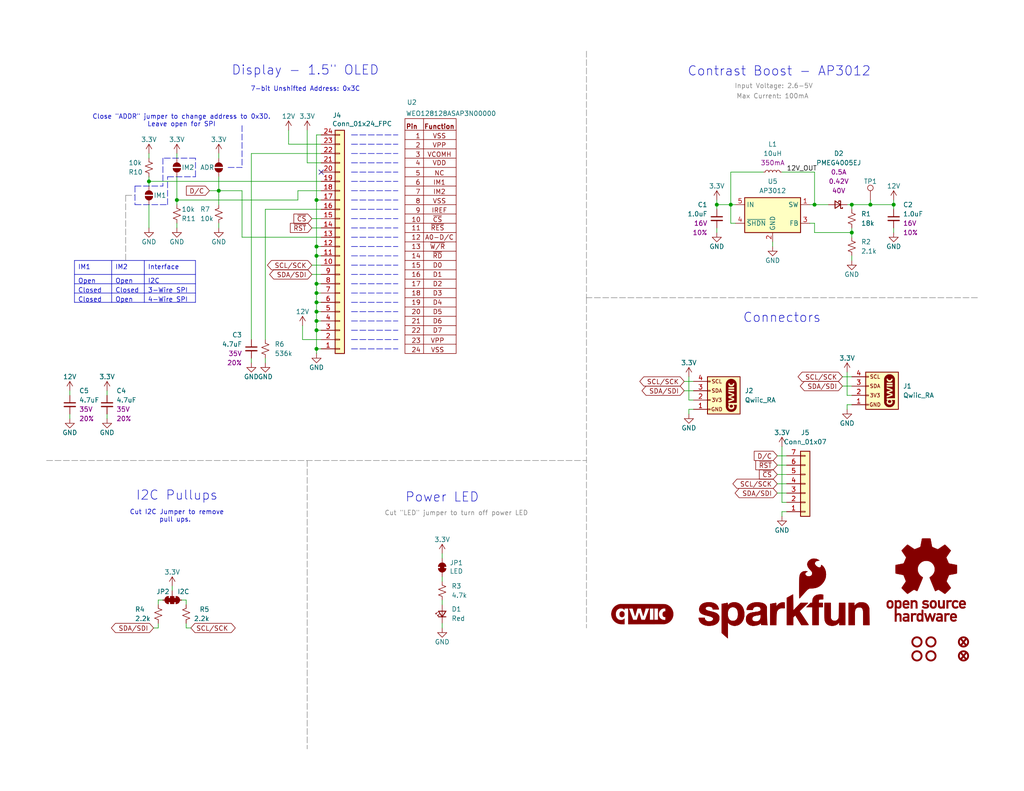
<source format=kicad_sch>
(kicad_sch (version 20250114) (generator "eeschema") (generator_version "9.0")
  (paper "USLetter")
  (title_block (title "SparkFun Qwiic OLED 128x128 1.5in") (date "2025-08-06") (rev "v10") (company "SparkFun Electronics") (comment 1 "Designed By: N. Seidle") (comment 2 "Revised By: Elias Santistevan"))
  (text "Input Voltage: 2.6-5V" (at 200.406 24.384 0) (effects (font (size 1.27 1.27)) (justify left bottom)))
  (text "Cut I2C Jumper to remove\npull ups. " (at 48.26 140.97 0) (effects (font (size 1.27 1.27))))
  (text "Display - 1.5\" OLED" (at 83.312 19.304 0) (effects (font (size 2.54 2.54))))
  (text "Max Current: 100mA" (at 200.914 27.178 0) (effects (font (size 1.27 1.27)) (justify left bottom)))
  (text "Cut \"LED\" jumper to turn off power LED" (at 104.902 140.97 0) (effects (font (size 1.27 1.27)) (justify left bottom)))
  (text "Power LED" (at 120.65 135.89 0) (effects (font (size 2.54 2.54))))
  (text "Close \"ADDR\" jumper to change address to 0x3D.\nLeave open for SPI" (at 49.53 33.02 0) (effects (font (size 1.27 1.27))))
  (text "7-bit Unshifted Address: 0x3C" (at 83.312 24.384 0) (effects (font (size 1.27 1.27))))
  (text "Connectors" (at 213.36 86.868 0) (effects (font (size 2.54 2.54))))
  (text "I2C Pullups" (at 48.26 135.382 0) (effects (font (size 2.54 2.54))))
  (text "Contrast Boost - AP3012" (at 212.598 19.558 0) (effects (font (size 2.54 2.54))))
  (junction (at 232.41 63.5))
  (junction (at 86.36 90.17))
  (junction (at 232.41 55.88))
  (junction (at 195.58 55.88))
  (junction (at 237.49 55.88))
  (junction (at 86.36 80.01))
  (junction (at 86.36 77.47))
  (junction (at 86.36 54.61))
  (junction (at 86.36 85.09))
  (junction (at 222.25 55.88))
  (junction (at 59.69 52.07))
  (junction (at 86.36 95.25))
  (junction (at 86.36 82.55))
  (junction (at 40.64 49.53))
  (junction (at 86.36 87.63))
  (junction (at 86.36 69.85))
  (junction (at 86.36 67.31))
  (junction (at 48.26 54.61))
  (junction (at 199.39 55.88))
  (junction (at 243.84 55.88))
  (no_connect (at 87.63 46.99))
  (wire (pts (xy 48.26 41.91) (xy 48.26 43.18)))
  (wire (pts (xy 29.21 114.3) (xy 29.21 113.03)))
  (wire (pts (xy 46.99 160.02) (xy 46.99 161.29)))
  (polyline (pts (xy 95.885 69.85) (xy 108.585 69.85)) (stroke (width 0) (type dash)))
  (wire (pts (xy 212.09 127) (xy 214.63 127)))
  (polyline (pts (xy 34.29 53.34) (xy 34.29 71.12)) (stroke (width 0) (type dash) (color 132 132 132 1)))
  (wire (pts (xy 195.58 55.88) (xy 199.39 55.88)))
  (wire (pts (xy 66.04 52.07) (xy 59.69 52.07)))
  (wire (pts (xy 86.36 67.31) (xy 86.36 69.85)))
  (wire (pts (xy 189.23 109.22) (xy 187.96 109.22)))
  (wire (pts (xy 57.15 52.07) (xy 59.69 52.07)))
  (wire (pts (xy 212.09 134.62) (xy 214.63 134.62)))
  (wire (pts (xy 195.58 54.61) (xy 195.58 55.88)))
  (wire (pts (xy 86.36 80.01) (xy 87.63 80.01)))
  (wire (pts (xy 187.96 102.87) (xy 187.96 109.22)))
  (wire (pts (xy 86.36 67.31) (xy 87.63 67.31)))
  (wire (pts (xy 68.58 41.91) (xy 87.63 41.91)))
  (polyline (pts (xy 95.885 44.45) (xy 108.585 44.45)) (stroke (width 0) (type dash)))
  (polyline (pts (xy 95.885 87.63) (xy 108.585 87.63)) (stroke (width 0) (type dash)))
  (wire (pts (xy 232.41 110.49) (xy 231.14 110.49)))
  (wire (pts (xy 220.98 60.96) (xy 222.25 60.96)))
  (wire (pts (xy 49.53 163.83) (xy 50.8 163.83)))
  (polyline (pts (xy 95.885 57.15) (xy 108.585 57.15)) (stroke (width 0) (type dash)))
  (wire (pts (xy 222.25 46.99) (xy 222.25 55.88)))
  (wire (pts (xy 86.36 82.55) (xy 87.63 82.55)))
  (wire (pts (xy 222.25 55.88) (xy 226.06 55.88)))
  (wire (pts (xy 85.09 72.39) (xy 87.63 72.39)))
  (polyline (pts (xy 95.885 59.69) (xy 108.585 59.69)) (stroke (width 0) (type dash)))
  (wire (pts (xy 43.18 163.83) (xy 44.45 163.83)))
  (wire (pts (xy 50.8 163.83) (xy 50.8 165.1)))
  (wire (pts (xy 87.63 92.71) (xy 82.55 92.71)))
  (polyline (pts (xy 45.72 55.88) (xy 45.72 48.26)) (stroke (width 0) (type dash)))
  (wire (pts (xy 86.36 77.47) (xy 86.36 80.01)))
  (wire (pts (xy 86.36 95.25) (xy 87.63 95.25)))
  (wire (pts (xy 41.91 171.45) (xy 43.18 171.45)))
  (wire (pts (xy 86.36 95.25) (xy 86.36 96.52)))
  (wire (pts (xy 86.36 87.63) (xy 86.36 90.17)))
  (wire (pts (xy 66.04 52.07) (xy 66.04 64.77)))
  (wire (pts (xy 86.36 54.61) (xy 87.63 54.61)))
  (polyline (pts (xy 53.34 43.18) (xy 44.45 43.18)) (stroke (width 0) (type dash)))
  (wire (pts (xy 232.41 69.85) (xy 232.41 71.12)))
  (polyline (pts (xy 95.885 39.37) (xy 108.585 39.37)) (stroke (width 0) (type dash)))
  (wire (pts (xy 120.65 163.83) (xy 120.65 165.1)))
  (polyline (pts (xy 44.45 43.18) (xy 44.45 50.8)) (stroke (width 0) (type dash)))
  (wire (pts (xy 86.36 36.83) (xy 87.63 36.83)))
  (wire (pts (xy 86.36 36.83) (xy 86.36 54.61)))
  (polyline (pts (xy 95.885 82.55) (xy 108.585 82.55)) (stroke (width 0) (type dash)))
  (wire (pts (xy 40.64 41.91) (xy 40.64 43.18)))
  (wire (pts (xy 72.39 57.15) (xy 72.39 92.71)))
  (wire (pts (xy 232.41 55.88) (xy 232.41 57.15)))
  (wire (pts (xy 85.09 59.69) (xy 87.63 59.69)))
  (wire (pts (xy 199.39 46.99) (xy 199.39 55.88)))
  (wire (pts (xy 237.49 55.88) (xy 243.84 55.88)))
  (wire (pts (xy 212.09 132.08) (xy 214.63 132.08)))
  (wire (pts (xy 186.69 104.14) (xy 189.23 104.14)))
  (wire (pts (xy 232.41 63.5) (xy 232.41 64.77)))
  (wire (pts (xy 229.87 105.41) (xy 232.41 105.41)))
  (wire (pts (xy 86.36 85.09) (xy 86.36 87.63)))
  (polyline (pts (xy 62.23 45.72) (xy 66.04 45.72)) (stroke (width 0) (type dash)))
  (polyline (pts (xy 266.7 81.28) (xy 160.02 81.28)) (stroke (width 0) (type dash) (color 132 132 132 1)))
  (wire (pts (xy 232.41 107.95) (xy 231.14 107.95)))
  (wire (pts (xy 243.84 62.23) (xy 243.84 63.5)))
  (wire (pts (xy 243.84 54.61) (xy 243.84 55.88)))
  (polyline (pts (xy 95.885 74.93) (xy 108.585 74.93)) (stroke (width 0) (type dash)))
  (wire (pts (xy 43.18 170.18) (xy 43.18 171.45)))
  (polyline (pts (xy 95.885 41.91) (xy 108.585 41.91)) (stroke (width 0) (type dash)))
  (wire (pts (xy 78.74 39.37) (xy 78.74 35.56)))
  (wire (pts (xy 40.64 49.53) (xy 87.63 49.53)))
  (wire (pts (xy 19.05 106.68) (xy 19.05 107.95)))
  (polyline (pts (xy 36.83 55.88) (xy 45.72 55.88)) (stroke (width 0) (type dash)))
  (wire (pts (xy 213.36 46.99) (xy 222.25 46.99)))
  (wire (pts (xy 68.58 99.06) (xy 68.58 97.79)))
  (wire (pts (xy 212.09 129.54) (xy 214.63 129.54)))
  (wire (pts (xy 86.36 90.17) (xy 87.63 90.17)))
  (wire (pts (xy 48.26 54.61) (xy 48.26 55.88)))
  (wire (pts (xy 72.39 99.06) (xy 72.39 97.79)))
  (wire (pts (xy 81.28 52.07) (xy 87.63 52.07)))
  (wire (pts (xy 222.25 60.96) (xy 222.25 63.5)))
  (wire (pts (xy 120.65 170.18) (xy 120.65 171.45)))
  (wire (pts (xy 199.39 46.99) (xy 208.28 46.99)))
  (wire (pts (xy 19.05 114.3) (xy 19.05 113.03)))
  (wire (pts (xy 72.39 57.15) (xy 87.63 57.15)))
  (wire (pts (xy 81.28 52.07) (xy 81.28 54.61)))
  (wire (pts (xy 186.69 106.68) (xy 189.23 106.68)))
  (wire (pts (xy 86.36 69.85) (xy 87.63 69.85)))
  (polyline (pts (xy 34.29 53.34) (xy 36.83 53.34)) (stroke (width 0) (type dash) (color 132 132 132 1)))
  (wire (pts (xy 187.96 111.76) (xy 187.96 113.03)))
  (wire (pts (xy 86.36 54.61) (xy 86.36 67.31)))
  (polyline (pts (xy 95.885 67.31) (xy 108.585 67.31)) (stroke (width 0) (type dash)))
  (wire (pts (xy 212.09 124.46) (xy 214.63 124.46)))
  (polyline (pts (xy 95.885 54.61) (xy 108.585 54.61)) (stroke (width 0) (type dash)))
  (polyline (pts (xy 95.885 62.23) (xy 108.585 62.23)) (stroke (width 0) (type dash)))
  (polyline (pts (xy 95.885 52.07) (xy 108.585 52.07)) (stroke (width 0) (type dash)))
  (polyline (pts (xy 160.02 13.97) (xy 160.02 81.28)) (stroke (width 0) (type dash) (color 132 132 132 1)))
  (wire (pts (xy 48.26 48.26) (xy 48.26 54.61)))
  (wire (pts (xy 40.64 48.26) (xy 40.64 49.53)))
  (polyline (pts (xy 36.83 50.8) (xy 44.45 50.8)) (stroke (width 0) (type dash)))
  (wire (pts (xy 86.36 80.01) (xy 86.36 82.55)))
  (wire (pts (xy 120.65 158.75) (xy 120.65 157.48)))
  (wire (pts (xy 59.69 52.07) (xy 59.69 55.88)))
  (polyline (pts (xy 95.885 64.77) (xy 108.585 64.77)) (stroke (width 0) (type dash)))
  (wire (pts (xy 85.09 62.23) (xy 87.63 62.23)))
  (polyline (pts (xy 95.885 92.71) (xy 108.585 92.71)) (stroke (width 0) (type dash)))
  (polyline (pts (xy 45.72 48.26) (xy 53.34 48.26)) (stroke (width 0) (type dash)))
  (wire (pts (xy 81.28 54.61) (xy 48.26 54.61)))
  (wire (pts (xy 40.64 55.88) (xy 40.64 62.23)))
  (polyline (pts (xy 95.885 46.99) (xy 108.585 46.99)) (stroke (width 0) (type dash)))
  (polyline (pts (xy 95.885 85.09) (xy 108.585 85.09)) (stroke (width 0) (type dash)))
  (wire (pts (xy 213.36 137.16) (xy 214.63 137.16)))
  (wire (pts (xy 83.82 35.56) (xy 83.82 44.45)))
  (wire (pts (xy 243.84 57.15) (xy 243.84 55.88)))
  (wire (pts (xy 86.36 87.63) (xy 87.63 87.63)))
  (wire (pts (xy 86.36 82.55) (xy 86.36 85.09)))
  (wire (pts (xy 232.41 62.23) (xy 232.41 63.5)))
  (polyline (pts (xy 36.83 50.8) (xy 36.83 55.88)) (stroke (width 0) (type dash)))
  (wire (pts (xy 40.64 50.8) (xy 40.64 49.53)))
  (wire (pts (xy 200.66 55.88) (xy 199.39 55.88)))
  (wire (pts (xy 59.69 62.23) (xy 59.69 60.96)))
  (wire (pts (xy 86.36 85.09) (xy 87.63 85.09)))
  (wire (pts (xy 68.58 41.91) (xy 68.58 92.71)))
  (wire (pts (xy 231.14 55.88) (xy 232.41 55.88)))
  (wire (pts (xy 189.23 111.76) (xy 187.96 111.76)))
  (wire (pts (xy 52.07 171.45) (xy 50.8 171.45)))
  (polyline (pts (xy 95.885 72.39) (xy 108.585 72.39)) (stroke (width 0) (type dash)))
  (wire (pts (xy 59.69 41.91) (xy 59.69 43.18)))
  (wire (pts (xy 195.58 55.88) (xy 195.58 57.15)))
  (polyline (pts (xy 95.885 77.47) (xy 108.585 77.47)) (stroke (width 0) (type dash)))
  (wire (pts (xy 213.36 140.97) (xy 213.36 139.7)))
  (wire (pts (xy 59.69 48.26) (xy 59.69 52.07)))
  (wire (pts (xy 195.58 62.23) (xy 195.58 63.5)))
  (polyline (pts (xy 95.885 49.53) (xy 108.585 49.53)) (stroke (width 0) (type dash)))
  (wire (pts (xy 213.36 139.7) (xy 214.63 139.7)))
  (polyline (pts (xy 95.885 36.83) (xy 108.585 36.83)) (stroke (width 0) (type dash)))
  (wire (pts (xy 210.82 67.31) (xy 210.82 66.04)))
  (wire (pts (xy 86.36 69.85) (xy 86.36 77.47)))
  (wire (pts (xy 213.36 121.92) (xy 213.36 137.16)))
  (wire (pts (xy 78.74 39.37) (xy 87.63 39.37)))
  (wire (pts (xy 87.63 74.93) (xy 85.09 74.93)))
  (wire (pts (xy 120.65 151.13) (xy 120.65 152.4)))
  (polyline (pts (xy 95.885 95.25) (xy 108.585 95.25)) (stroke (width 0) (type dash)))
  (polyline (pts (xy 83.82 125.73) (xy 83.82 204.47)) (stroke (width 0) (type dash) (color 132 132 132 1)))
  (polyline (pts (xy 53.34 48.26) (xy 53.34 43.18)) (stroke (width 0) (type dash)))
  (wire (pts (xy 229.87 102.87) (xy 232.41 102.87)))
  (wire (pts (xy 232.41 55.88) (xy 237.49 55.88)))
  (polyline (pts (xy 160.02 81.28) (xy 160.02 171.45)) (stroke (width 0) (type dash) (color 132 132 132 1)))
  (wire (pts (xy 48.26 62.23) (xy 48.26 60.96)))
  (wire (pts (xy 231.14 101.6) (xy 231.14 107.95)))
  (wire (pts (xy 231.14 110.49) (xy 231.14 111.76)))
  (wire (pts (xy 66.04 64.77) (xy 87.63 64.77)))
  (wire (pts (xy 222.25 63.5) (xy 232.41 63.5)))
  (wire (pts (xy 86.36 90.17) (xy 86.36 95.25)))
  (wire (pts (xy 83.82 44.45) (xy 87.63 44.45)))
  (wire (pts (xy 237.49 54.61) (xy 237.49 55.88)))
  (wire (pts (xy 222.25 55.88) (xy 220.98 55.88)))
  (wire (pts (xy 200.66 60.96) (xy 199.39 60.96)))
  (wire (pts (xy 43.18 165.1) (xy 43.18 163.83)))
  (wire (pts (xy 87.63 77.47) (xy 86.36 77.47)))
  (polyline (pts (xy 66.04 34.29) (xy 66.04 45.72)) (stroke (width 0) (type dash)))
  (polyline (pts (xy 95.885 80.01) (xy 108.585 80.01)) (stroke (width 0) (type dash)))
  (polyline (pts (xy 12.7 125.73) (xy 160.02 125.73)) (stroke (width 0) (type dash) (color 132 132 132 1)))
  (wire (pts (xy 82.55 92.71) (xy 82.55 88.9)))
  (polyline (pts (xy 95.885 90.17) (xy 108.585 90.17)) (stroke (width 0) (type dash)))
  (wire (pts (xy 199.39 60.96) (xy 199.39 55.88)))
  (wire (pts (xy 29.21 106.68) (xy 29.21 107.95)))
  (wire (pts (xy 50.8 170.18) (xy 50.8 171.45)))
  (table (column_count 3) (border (external yes) (header yes)) (separators (rows yes) (cols yes)) (column_widths 10.16 8.89 13.97) (row_heights 3.81 2.54 2.54 2.54) (cells (table_cell "IM1" (at 20.32 71.12 0) (size 10.16 3.81) (margins 0.9525 0.9525 0.9525 0.9525) (span 1 1)) (table_cell "IM2" (at 30.48 71.12 0) (size 8.89 3.81) (margins 0.9525 0.9525 0.9525 0.9525) (span 1 1)) (table_cell "Interface" (at 39.37 71.12 0) (size 13.97 3.81) (margins 0.9525 0.9525 0.9525 0.9525) (span 1 1)) (table_cell "Open" (at 20.32 74.93 0) (size 10.16 2.54) (margins 0.9525 0.9525 0.9525 0.9525) (span 1 1)) (table_cell "Open" (at 30.48 74.93 0) (size 8.89 2.54) (margins 0.9525 0.9525 0.9525 0.9525) (span 1 1)) (table_cell "I2C" (at 39.37 74.93 0) (size 13.97 2.54) (margins 0.9525 0.9525 0.9525 0.9525) (span 1 1)) (table_cell "Closed" (at 20.32 77.47 0) (size 10.16 2.54) (margins 0.9525 0.9525 0.9525 0.9525) (span 1 1)) (table_cell "Closed" (at 30.48 77.47 0) (size 8.89 2.54) (margins 0.9525 0.9525 0.9525 0.9525) (span 1 1)) (table_cell "3-Wire SPI" (at 39.37 77.47 0) (size 13.97 2.54) (margins 0.9525 0.9525 0.9525 0.9525) (span 1 1)) (table_cell "Closed" (at 20.32 80.01 0) (size 10.16 2.54) (margins 0.9525 0.9525 0.9525 0.9525) (span 1 1)) (table_cell "Open" (at 30.48 80.01 0) (size 8.89 2.54) (margins 0.9525 0.9525 0.9525 0.9525) (span 1 1)) (table_cell "4-Wire SPI" (at 39.37 80.01 0) (size 13.97 2.54) (margins 0.9525 0.9525 0.9525 0.9525) (span 1 1))))
  (label "12V_OUT" (at 214.63 46.99 0))
  (global_label "SDA{slash}SDI" (shape bidirectional) (at 212.09 134.62 180) (property "Intersheetrefs" "${INTERSHEET_REFS}" (effects (hide yes))))
  (global_label "SDA{slash}SDI" (shape bidirectional) (at 186.69 106.68 180) (property "Intersheetrefs" "${INTERSHEET_REFS}" (effects (hide yes))))
  (global_label "SDA{slash}SDI" (shape bidirectional) (at 229.87 105.41 180) (property "Intersheetrefs" "${INTERSHEET_REFS}" (effects (hide yes))))
  (global_label "SDA{slash}SDI" (shape bidirectional) (at 41.91 171.45 180) (property "Intersheetrefs" "${INTERSHEET_REFS}" (effects (hide yes))))
  (global_label "~{CS}" (shape input) (at 212.09 129.54 180) (property "Intersheetrefs" "${INTERSHEET_REFS}" (effects (hide yes))))
  (global_label "SCL{slash}SCK" (shape bidirectional) (at 85.09 72.39 180) (property "Intersheetrefs" "${INTERSHEET_REFS}" (effects (hide yes))))
  (global_label "D{slash}C" (shape input) (at 57.15 52.07 180) (property "Intersheetrefs" "${INTERSHEET_REFS}" (effects (hide yes))))
  (global_label "~{RST}" (shape input) (at 212.09 127 180) (property "Intersheetrefs" "${INTERSHEET_REFS}" (effects (hide yes))))
  (global_label "SCL{slash}SCK" (shape bidirectional) (at 229.87 102.87 180) (property "Intersheetrefs" "${INTERSHEET_REFS}" (effects (hide yes))))
  (global_label "SCL{slash}SCK" (shape bidirectional) (at 186.69 104.14 180) (property "Intersheetrefs" "${INTERSHEET_REFS}" (effects (hide yes))))
  (global_label "D{slash}C" (shape input) (at 212.09 124.46 180) (property "Intersheetrefs" "${INTERSHEET_REFS}" (effects (hide yes))))
  (global_label "SCL{slash}SCK" (shape bidirectional) (at 52.07 171.45 0) (property "Intersheetrefs" "${INTERSHEET_REFS}" (effects (hide yes))))
  (global_label "SDA{slash}SDI" (shape bidirectional) (at 85.09 74.93 180) (property "Intersheetrefs" "${INTERSHEET_REFS}" (effects (hide yes))))
  (global_label "~{RST}" (shape input) (at 85.09 62.23 180) (property "Intersheetrefs" "${INTERSHEET_REFS}" (effects (hide yes))))
  (global_label "~{CS}" (shape input) (at 85.09 59.69 180) (property "Intersheetrefs" "${INTERSHEET_REFS}" (effects (hide yes))))
  (global_label "SCL{slash}SCK" (shape bidirectional) (at 212.09 132.08 180) (property "Intersheetrefs" "${INTERSHEET_REFS}" (effects (hide yes))))
  (symbol (lib_id "SparkFun-Hardware:Standoff") (at 250.19 179.07 0) (unit 1)
    (property "Reference" "ST4" (effects (hide yes)))
    (property "Value" "Standoff" (effects (hide yes)))
    (property "Footprint" "SparkFun-Hardware:Standoff" (effects (hide yes)))
    (property "Description" "Drill holes for mechanically mounting via screws, standoffs, etc." (effects (hide yes)))
  )
  (symbol (lib_id "SparkFun-Jumper:SolderJumper_2_Open") (at 40.64 53.34 90) (unit 1)
    (property "Reference" "JP6" (effects (hide yes)))
    (property "Value" "IM1" (at 41.91 53.34 90) (effects (justify right)))
    (property "Footprint" "SparkFun-Jumper:Jumper_2_NO" (effects (hide yes)))
    (property "Description" "Solder Jumper, 2-pole, open" (effects (hide yes)))
  )
  (symbol (lib_id "SparkFun-Resistor:10k_0603") (at 40.64 45.72 270) (unit 1)
    (property "Reference" "R10" (at 35.052 46.99 90) (effects (justify left)))
    (property "Value" "10k" (at 35.052 44.45 90) (effects (justify left)))
    (property "Footprint" "SparkFun-Resistor:R_0603_1608Metric" (effects (hide yes)))
    (property "Datasheet" "https://www.vishay.com/docs/20035/dcrcwe3.pdf" (effects (hide yes)))
    (property "Description" "Resistor" (effects (hide yes)))
    (property "PROD_ID" "RES-00824" (effects (hide yes)))
  )
  (symbol (lib_id "SparkFun-PowerSymbol:GND") (at 29.21 114.3 0) (unit 1)
    (property "Reference" "#PWR010" (effects (hide yes)))
    (property "Value" "GND" (at 29.21 118.11 0))
    (property "Description" "Power symbol creates a global label with name \"GND\" , ground" (effects (hide yes)))
  )
  (symbol (lib_id "SparkFun-Resistor:2.2k_0603") (at 43.18 167.64 90) (unit 1)
    (property "Reference" "R4" (at 36.83 166.37 90) (effects (justify right)))
    (property "Value" "2.2k" (at 36.83 168.91 90) (effects (justify right)))
    (property "Footprint" "SparkFun-Resistor:R_0603_1608Metric" (effects (hide yes)))
    (property "Datasheet" "https://www.vishay.com/docs/20035/dcrcwe3.pdf" (effects (hide yes)))
    (property "Description" "Resistor" (effects (hide yes)))
    (property "PROD_ID" "RES-08272" (effects (hide yes)))
  )
  (symbol (lib_id "SparkFun-PowerSymbol:3.3V") (at 46.99 160.02 0) (unit 1)
    (property "Reference" "#PWR022" (effects (hide yes)))
    (property "Value" "3.3V" (at 46.99 156.21 0))
    (property "Description" "Power symbol creates a global label with name \"3.3V\"" (effects (hide yes)))
  )
  (symbol (lib_id "SparkFun-Capacitor:4.7uF_0603_35V_20%") (at 68.58 95.25 0) (mirror y) (unit 1)
    (property "Reference" "C3" (at 66.04 91.4462 0) (effects (justify left)))
    (property "Value" "4.7uF" (at 66.04 93.9862 0) (effects (justify left)))
    (property "Footprint" "SparkFun-Capacitor:C_0603_1608Metric" (effects (hide yes)))
    (property "Datasheet" "https://cdn.sparkfun.com/assets/8/a/4/a/5/Kemet_Capacitor_Datasheet.pdf" (effects (hide yes)))
    (property "Description" "Unpolarized capacitor" (effects (hide yes)))
    (property "PROD_ID" "CAP-14106" (effects (hide yes)))
    (property "Voltage" "35V" (at 66.04 96.5262 0) (effects (justify left)))
    (property "Tolerance" "20%" (at 66.04 99.0662 0) (effects (justify left)))
  )
  (symbol (lib_id "SparkFun-PowerSymbol:GND") (at 187.96 113.03 0) (unit 1)
    (property "Reference" "#PWR020" (effects (hide yes)))
    (property "Value" "GND" (at 187.96 116.84 0))
    (property "Description" "Power symbol creates a global label with name \"GND\" , ground" (effects (hide yes)))
  )
  (symbol (lib_id "SparkFun-Aesthetic:SparkFun_Logo") (at 213.36 167.64 0) (unit 1) (on_board no)
    (property "Reference" "G2" (effects (hide yes)))
    (property "Value" "SparkFun_Logo" (effects (hide yes)))
    (property "Footprint" "SparkFun-Aesthetic:SparkFun_Logo_8mm" (effects (hide yes)))
  )
  (symbol (lib_id "SparkFun-PowerSymbol:GND") (at 72.39 99.06 0) (unit 1)
    (property "Reference" "#PWR07" (effects (hide yes)))
    (property "Value" "GND" (at 72.39 102.87 0))
    (property "Description" "Power symbol creates a global label with name \"GND\" , ground" (effects (hide yes)))
  )
  (symbol (lib_id "SparkFun-Capacitor:4.7uF_0603_35V_20%") (at 29.21 110.49 0) (unit 1)
    (property "Reference" "C4" (at 31.75 106.6862 0) (effects (justify left)))
    (property "Value" "4.7uF" (at 31.75 109.2262 0) (effects (justify left)))
    (property "Footprint" "SparkFun-Capacitor:C_0603_1608Metric" (effects (hide yes)))
    (property "Datasheet" "https://cdn.sparkfun.com/assets/8/a/4/a/5/Kemet_Capacitor_Datasheet.pdf" (effects (hide yes)))
    (property "Description" "Unpolarized capacitor" (effects (hide yes)))
    (property "PROD_ID" "CAP-14106" (effects (hide yes)))
    (property "Voltage" "35V" (at 31.75 111.7662 0) (effects (justify left)))
    (property "Tolerance" "20%" (at 31.75 114.3062 0) (effects (justify left)))
  )
  (symbol (lib_id "SparkFun-PowerSymbol:GND") (at 59.69 62.23 0) (mirror y) (unit 1)
    (property "Reference" "#PWR0113" (effects (hide yes)))
    (property "Value" "GND" (at 59.69 66.04 0))
    (property "Description" "Power symbol creates a global label with name \"GND\" , ground" (effects (hide yes)))
  )
  (symbol (lib_id "SparkFun-Aesthetic:Fiducial_0.5mm") (at 262.89 175.26 0) (unit 1)
    (property "Reference" "FID3" (effects (hide yes)))
    (property "Value" "Fiducial_0.5mm" (effects (hide yes)))
    (property "Footprint" "SparkFun-Aesthetic:Fiducial_0.5mm_Mask1mm" (effects (hide yes)))
    (property "Description" "Fiducial Marker" (effects (hide yes)))
  )
  (symbol (lib_id "SparkFun-PowerSymbol:3.3V") (at 195.58 54.61 0) (unit 1)
    (property "Reference" "#PWR027" (effects (hide yes)))
    (property "Value" "3.3V" (at 195.58 50.8 0))
    (property "Description" "Power symbol creates a global label with name \"3.3V\"" (effects (hide yes)))
  )
  (symbol (lib_id "SparkFun-DiscreteSemi:D_Schottky_0.5A_40V_0.42V") (at 228.6 55.88 180) (unit 1)
    (property "Reference" "D2" (at 228.854 41.91 0))
    (property "Value" "PMEG4005EJ" (at 228.854 44.45 0))
    (property "Footprint" "SparkFun-Semiconductor-Standard:SOD-323" (effects (hide yes)))
    (property "Datasheet" "https://assets.nexperia.com/documents/data-sheet/PMEG4005EJ.pdf" (effects (hide yes)))
    (property "Description" "Schottky diode" (effects (hide yes)))
    (property "PROD_ID" "DIO-10955" (effects (hide yes)))
    (property "IMax" "0.5A" (at 228.854 46.99 0))
    (property "VDrop" "0.42V" (at 228.854 49.53 0))
    (property "VMax" "40V" (at 228.854 52.07 0))
  )
  (symbol (lib_id "SparkFun-PowerSymbol:3.3V") (at 83.82 35.56 0) (unit 1)
    (property "Reference" "#PWR029" (effects (hide yes)))
    (property "Value" "3.3V" (at 83.82 31.75 0))
    (property "Description" "Power symbol creates a global label with name \"3.3V\"" (effects (hide yes)))
  )
  (symbol (lib_id "SparkFun-PowerSymbol:GND") (at 210.82 67.31 0) (unit 1)
    (property "Reference" "#PWR014" (effects (hide yes)))
    (property "Value" "GND" (at 210.82 71.12 0))
    (property "Description" "Power symbol creates a global label with name \"GND\" , ground" (effects (hide yes)))
  )
  (symbol (lib_id "SparkFun-Aesthetic:Fiducial_0.5mm") (at 262.89 179.07 0) (unit 1)
    (property "Reference" "FID4" (effects (hide yes)))
    (property "Value" "Fiducial_0.5mm" (effects (hide yes)))
    (property "Footprint" "SparkFun-Aesthetic:Fiducial_0.5mm_Mask1mm" (effects (hide yes)))
    (property "Description" "Fiducial Marker" (effects (hide yes)))
  )
  (symbol (lib_id "SparkFun-Capacitor:1.0uF_0603_16V_10%") (at 243.84 59.69 0) (unit 1)
    (property "Reference" "C2" (at 246.38 55.8862 0) (effects (justify left)))
    (property "Value" "1.0uF" (at 246.38 58.4262 0) (effects (justify left)))
    (property "Footprint" "SparkFun-Capacitor:C_0603_1608Metric" (effects (hide yes)))
    (property "Datasheet" "https://cdn.sparkfun.com/assets/8/a/4/a/5/Kemet_Capacitor_Datasheet.pdf" (effects (hide yes)))
    (property "Description" "Unpolarized capacitor" (effects (hide yes)))
    (property "PROD_ID" "CAP-13930" (effects (hide yes)))
    (property "Voltage" "16V" (at 246.38 60.9662 0) (effects (justify left)))
    (property "Tolerance" "10%" (at 246.38 63.5062 0) (effects (justify left)))
  )
  (symbol (lib_id "SparkFun-Resistor:536k_0603") (at 72.39 95.25 90) (unit 1)
    (property "Reference" "R6" (at 74.93 93.9799 90) (effects (justify right)))
    (property "Value" "536k" (at 74.93 96.5199 90) (effects (justify right)))
    (property "Footprint" "SparkFun-Resistor:R_0603_1608Metric" (effects (hide yes)))
    (property "Datasheet" "https://www.vishay.com/docs/20035/dcrcwe3.pdf" (effects (hide yes)))
    (property "Description" "Resistor" (effects (hide yes)))
    (property "PROD_ID" "RES-26754" (effects (hide yes)))
  )
  (symbol (lib_id "SparkFun-Resistor:2.1k_0603") (at 232.41 67.31 90) (unit 1)
    (property "Reference" "R2" (at 234.95 66.0399 90) (effects (justify right)))
    (property "Value" "2.1k" (at 234.95 68.5799 90) (effects (justify right)))
    (property "Footprint" "SparkFun-Resistor:R_0603_1608Metric" (effects (hide yes)))
    (property "Datasheet" "https://www.vishay.com/docs/20035/dcrcwe3.pdf" (effects (hide yes)))
    (property "Description" "Resistor" (effects (hide yes)))
    (property "PROD_ID" "RES-26763" (effects (hide yes)))
  )
  (symbol (lib_id "SparkFun-Connector:TestPoint_1.0mm") (at 237.49 54.61 0) (unit 1)
    (property "Reference" "TP1" (at 237.49 49.53 0))
    (property "Value" "1.0mm" (effects (hide yes)))
    (property "Footprint" "SparkFun-Connector:TestPoint-1.0mm" (effects (hide yes)))
    (property "Description" "Test Point" (effects (hide yes)))
  )
  (symbol (lib_id "SparkFun-PowerSymbol:3.3V") (at 59.69 41.91 0) (mirror y) (unit 1)
    (property "Reference" "#PWR028" (effects (hide yes)))
    (property "Value" "3.3V" (at 59.69 38.1 0))
    (property "Description" "Power symbol creates a global label with name \"3.3V\"" (effects (hide yes)))
  )
  (symbol (lib_id "SparkFun-PowerSymbol:3.3V") (at 213.36 121.92 0) (unit 1)
    (property "Reference" "#PWR025" (effects (hide yes)))
    (property "Value" "3.3V" (at 213.36 118.11 0))
    (property "Description" "Power symbol creates a global label with name \"3.3V\"" (effects (hide yes)))
  )
  (symbol (lib_id "SparkFun-LED:LED_Red_0603") (at 120.65 167.64 90) (unit 1)
    (property "Reference" "D1" (at 123.19 166.3064 90) (effects (justify right)))
    (property "Value" "Red" (at 123.19 168.8464 90) (effects (justify right)))
    (property "Footprint" "SparkFun-LED:LED_0603_1608Metric_Red" (effects (hide yes)))
    (property "Datasheet" "https://docs.broadcom.com/docs/AV02-0551EN" (effects (hide yes)))
    (property "Description" "Light emitting diode" (effects (hide yes)))
    (property "PROD_ID" "DIO-17976" (effects (hide yes)))
  )
  (symbol (lib_id "SparkFun-Hardware:Standoff") (at 254 179.07 0) (unit 1)
    (property "Reference" "ST2" (effects (hide yes)))
    (property "Value" "Standoff" (effects (hide yes)))
    (property "Footprint" "SparkFun-Hardware:Standoff" (effects (hide yes)))
    (property "Description" "Drill holes for mechanically mounting via screws, standoffs, etc." (effects (hide yes)))
  )
  (symbol (lib_id "SparkFun-PowerSymbol:GND") (at 68.58 99.06 0) (unit 1)
    (property "Reference" "#PWR06" (effects (hide yes)))
    (property "Value" "GND" (at 68.58 102.87 0))
    (property "Description" "Power symbol creates a global label with name \"GND\" , ground" (effects (hide yes)))
  )
  (symbol (lib_id "SparkFun-IC-Power:AP3012") (at 210.82 58.42 0) (unit 1)
    (property "Reference" "U5" (at 210.82 49.53 0))
    (property "Value" "AP3012" (at 210.82 52.07 0))
    (property "Footprint" "SparkFun-Semiconductor-Standard:SOT23-5" (effects (hide yes)))
    (property "Datasheet" "https://www.diodes.com/assets/Datasheets/AP3012.pdf" (effects (hide yes)))
    (property "Description" "500mA, Adjustable Step-Up Voltage Regulator, 1.5MHz Frequency, SOT-23-5" (effects (hide yes)))
    (property "PROD_ID" "VREG-13911" (effects (hide yes)))
  )
  (symbol (lib_id "SparkFun-Jumper:SolderJumper_3_Bridged123") (at 46.99 163.83 180) (unit 1)
    (property "Reference" "JP2" (at 44.45 161.544 0))
    (property "Value" "I2C" (at 50.038 161.544 0))
    (property "Footprint" "SparkFun-Jumper:Jumper_3_NC-2_Trace" (effects (hide yes)))
    (property "Description" "Solder Jumper, 3-pole, pins 1+2+3 closed/bridged" (effects (hide yes)))
  )
  (symbol (lib_id "SparkFun-Aesthetic:OSHW_Logo") (at 252.73 162.56 0) (unit 1) (in_bom no)
    (property "Reference" "G4" (effects (hide yes)))
    (property "Value" "OSHW_Logo" (effects (hide yes)))
    (property "Footprint" "SparkFun-Aesthetic:Creative_Commons_License" (effects (hide yes)))
  )
  (symbol (lib_id "SparkFun-Capacitor:1.0uF_0603_16V_10%") (at 195.58 59.69 0) (unit 1)
    (property "Reference" "C1" (at 193.04 55.8862 0) (effects (justify right)))
    (property "Value" "1.0uF" (at 193.04 58.4262 0) (effects (justify right)))
    (property "Footprint" "SparkFun-Capacitor:C_0603_1608Metric" (effects (hide yes)))
    (property "Datasheet" "https://cdn.sparkfun.com/assets/8/a/4/a/5/Kemet_Capacitor_Datasheet.pdf" (effects (hide yes)))
    (property "Description" "Unpolarized capacitor" (effects (hide yes)))
    (property "PROD_ID" "CAP-13930" (effects (hide yes)))
    (property "Voltage" "16V" (at 193.04 60.9662 0) (effects (justify right)))
    (property "Tolerance" "10%" (at 193.04 63.5062 0) (effects (justify right)))
  )
  (symbol (lib_id "SparkFun-PowerSymbol:GND") (at 48.26 62.23 0) (unit 1)
    (property "Reference" "#PWR011" (effects (hide yes)))
    (property "Value" "GND" (at 48.26 66.04 0))
    (property "Description" "Power symbol creates a global label with name \"GND\" , ground" (effects (hide yes)))
  )
  (symbol (lib_id "SparkFun-Hardware:Standoff") (at 250.19 175.26 0) (unit 1)
    (property "Reference" "ST3" (effects (hide yes)))
    (property "Value" "Standoff" (effects (hide yes)))
    (property "Footprint" "SparkFun-Hardware:Standoff" (effects (hide yes)))
    (property "Description" "Drill holes for mechanically mounting via screws, standoffs, etc." (effects (hide yes)))
  )
  (symbol (lib_id "SparkFun-Resistor:18k_0603") (at 232.41 59.69 90) (unit 1)
    (property "Reference" "R1" (at 234.95 58.4199 90) (effects (justify right)))
    (property "Value" "18k" (at 234.95 60.9599 90) (effects (justify right)))
    (property "Footprint" "SparkFun-Resistor:R_0603_1608Metric" (effects (hide yes)))
    (property "Datasheet" "https://www.vishay.com/docs/20035/dcrcwe3.pdf" (effects (hide yes)))
    (property "Description" "Resistor" (effects (hide yes)))
    (property "PROD_ID" "RES-26764" (effects (hide yes)))
  )
  (symbol (lib_id "SparkFun-PowerSymbol:GND") (at 40.64 62.23 0) (unit 1)
    (property "Reference" "#PWR02" (effects (hide yes)))
    (property "Value" "GND" (at 40.64 66.04 0))
    (property "Description" "Power symbol creates a global label with name \"GND\" , ground" (effects (hide yes)))
  )
  (symbol (lib_id "SparkFun-PowerSymbol:3.3V") (at 48.26 41.91 0) (unit 1)
    (property "Reference" "#PWR031" (effects (hide yes)))
    (property "Value" "3.3V" (at 48.26 38.1 0))
    (property "Description" "Power symbol creates a global label with name \"3.3V\"" (effects (hide yes)))
  )
  (symbol (lib_id "SparkFun-Jumper:SolderJumper_2_Open") (at 59.69 45.72 270) (mirror x) (unit 1)
    (property "Reference" "JP3" (effects (hide yes)))
    (property "Value" "ADR" (at 54.61 45.72 90) (effects (justify left)))
    (property "Footprint" "SparkFun-Jumper:Jumper_2_NO" (effects (hide yes)))
    (property "Description" "Solder Jumper, 2-pole, open" (effects (hide yes)))
  )
  (symbol (lib_id "SparkFun-PowerSymbol:12V") (at 19.05 106.68 0) (unit 1)
    (property "Reference" "#PWR05" (effects (hide yes)))
    (property "Value" "12V" (at 19.05 102.87 0))
    (property "Description" "Power symbol creates a global label with name \"12V\"" (effects (hide yes)))
  )
  (symbol (lib_id "SparkFun-Hardware:Standoff") (at 254 175.26 0) (unit 1)
    (property "Reference" "ST1" (effects (hide yes)))
    (property "Value" "Standoff" (effects (hide yes)))
    (property "Footprint" "SparkFun-Hardware:Standoff" (effects (hide yes)))
    (property "Description" "Drill holes for mechanically mounting via screws, standoffs, etc." (effects (hide yes)))
  )
  (symbol (lib_id "SparkFun-PowerSymbol:GND") (at 195.58 63.5 0) (unit 1)
    (property "Reference" "#PWR01" (effects (hide yes)))
    (property "Value" "GND" (at 195.58 67.31 0))
    (property "Description" "Power symbol creates a global label with name \"GND\" , ground" (effects (hide yes)))
  )
  (symbol (lib_id "SparkFun-PowerSymbol:GND") (at 243.84 63.5 0) (unit 1)
    (property "Reference" "#PWR016" (effects (hide yes)))
    (property "Value" "GND" (at 243.84 67.31 0))
    (property "Description" "Power symbol creates a global label with name \"GND\" , ground" (effects (hide yes)))
  )
  (symbol (lib_id "SparkFun-PowerSymbol:12V") (at 243.84 54.61 0) (unit 1)
    (property "Reference" "#PWR03" (effects (hide yes)))
    (property "Value" "12V" (at 243.84 50.8 0))
    (property "Description" "Power symbol creates a global label with name \"12V\"" (effects (hide yes)))
  )
  (symbol (lib_id "SparkFun-Resistor:4.7k_0603") (at 120.65 161.29 90) (unit 1)
    (property "Reference" "R3" (at 123.19 160.0199 90) (effects (justify right)))
    (property "Value" "4.7k" (at 123.19 162.5599 90) (effects (justify right)))
    (property "Footprint" "SparkFun-Resistor:R_0603_1608Metric" (effects (hide yes)))
    (property "Datasheet" "https://www.vishay.com/docs/20035/dcrcwe3.pdf" (effects (hide yes)))
    (property "Description" "Resistor" (effects (hide yes)))
    (property "PROD_ID" "RES-07857" (effects (hide yes)))
  )
  (symbol (lib_id "SparkFun-PowerSymbol:GND") (at 19.05 114.3 0) (unit 1)
    (property "Reference" "#PWR012" (effects (hide yes)))
    (property "Value" "GND" (at 19.05 118.11 0))
    (property "Description" "Power symbol creates a global label with name \"GND\" , ground" (effects (hide yes)))
  )
  (symbol (lib_id "SparkFun-Resistor:10k_0603") (at 59.69 58.42 270) (mirror x) (unit 1)
    (property "Reference" "R7" (at 54.61 57.15 90) (effects (justify left)))
    (property "Value" "10k" (at 54.61 59.69 90) (effects (justify left)))
    (property "Footprint" "SparkFun-Resistor:R_0603_1608Metric" (effects (hide yes)))
    (property "Datasheet" "https://www.vishay.com/docs/20035/dcrcwe3.pdf" (effects (hide yes)))
    (property "Description" "Resistor" (effects (hide yes)))
    (property "PROD_ID" "RES-00824" (effects (hide yes)))
  )
  (symbol (lib_id "SparkFun-PowerSymbol:3.3V") (at 187.96 102.87 0) (unit 1)
    (property "Reference" "#PWR024" (effects (hide yes)))
    (property "Value" "3.3V" (at 187.96 99.06 0))
    (property "Description" "Power symbol creates a global label with name \"3.3V\"" (effects (hide yes)))
  )
  (symbol (lib_id "SparkFun-Connector:Conn_01x07") (at 219.71 132.08 0) (mirror x) (unit 1)
    (property "Reference" "J5" (at 219.71 118.11 0))
    (property "Value" "Conn_01x07" (at 219.71 120.65 0))
    (property "Footprint" "SparkFun-Connector:1x07" (effects (hide yes)))
    (property "Description" "Basic 0.1\" PTH" (effects (hide yes)))
  )
  (symbol (lib_id "SparkFun-Aesthetic:SparkFun_Logo") (at 213.36 167.64 0) (unit 1) (on_board no)
    (property "Reference" "G3" (effects (hide yes)))
    (property "Value" "SparkFun_Logo" (effects (hide yes)))
  )
  (symbol (lib_id "SparkFun-Coil:10uH_0805_0.35A") (at 210.82 46.99 0) (unit 1)
    (property "Reference" "L1" (at 210.82 39.37 0))
    (property "Value" "10uH" (at 210.82 41.91 0))
    (property "Footprint" "SparkFun-Capacitor:C_0805_2012Metric" (effects (hide yes)))
    (property "Datasheet" "https://product.tdk.com/en/system/files?file=dam/doc/product/inductor/inductor/smd/catalog/inductor_commercial_decoupling_mlz2012_en.pdf" (effects (hide yes)))
    (property "Description" "Inductor" (effects (hide yes)))
    (property "PROD_ID" "NDUC-19198" (effects (hide yes)))
    (property "Current" "350mA" (at 210.82 44.45 0))
  )
  (symbol (lib_id "SparkFun-Connector:Qwiic_Right_Angle") (at 237.49 105.41 0) (unit 1)
    (property "Reference" "J1" (at 246.38 105.41 0) (effects (justify left)))
    (property "Value" "Qwiic_RA" (at 246.38 107.95 0) (effects (justify left)))
    (property "Footprint" "SparkFun-Connector:JST_SMD_1.0mm-4_Black" (effects (hide yes)))
    (property "Datasheet" "https://www.jst-mfg.com/product/pdf/eng/eSH.pdf" (effects (hide yes)))
    (property "Description" "4 pin JST 1mm polarized connector for I2C" (effects (hide yes)))
    (property "PROD_ID" "CONN-13694" (effects (hide yes)))
  )
  (symbol (lib_id "SparkFun-Jumper:SolderJumper_2_Bridged") (at 120.65 154.94 90) (unit 1)
    (property "Reference" "JP1" (at 122.682 153.67 90) (effects (justify right)))
    (property "Value" "LED" (at 122.682 155.956 90) (effects (justify right)))
    (property "Footprint" "SparkFun-Jumper:Jumper_2_NC_Trace" (effects (hide yes)))
    (property "Description" "Solder Jumper, 2-pole, closed/bridged" (effects (hide yes)))
  )
  (symbol (lib_id "SparkFun-PowerSymbol:3.3V") (at 231.14 101.6 0) (unit 1)
    (property "Reference" "#PWR023" (effects (hide yes)))
    (property "Value" "3.3V" (at 231.14 97.79 0))
    (property "Description" "Power symbol creates a global label with name \"3.3V\"" (effects (hide yes)))
  )
  (symbol (lib_id "SparkFun-PowerSymbol:3.3V") (at 40.64 41.91 0) (unit 1)
    (property "Reference" "#PWR030" (effects (hide yes)))
    (property "Value" "3.3V" (at 40.64 38.1 0))
    (property "Description" "Power symbol creates a global label with name \"3.3V\"" (effects (hide yes)))
  )
  (symbol (lib_id "SparkFun-Jumper:SolderJumper_2_Open") (at 48.26 45.72 90) (unit 1)
    (property "Reference" "JP7" (effects (hide yes)))
    (property "Value" "IM2" (at 49.53 45.72 90) (effects (justify right)))
    (property "Footprint" "SparkFun-Jumper:Jumper_2_NO" (effects (hide yes)))
    (property "Description" "Solder Jumper, 2-pole, open" (effects (hide yes)))
  )
  (symbol (lib_id "SparkFun-PowerSymbol:GND") (at 213.36 140.97 0) (unit 1)
    (property "Reference" "#PWR021" (effects (hide yes)))
    (property "Value" "GND" (at 213.36 144.78 0))
    (property "Description" "Power symbol creates a global label with name \"GND\" , ground" (effects (hide yes)))
  )
  (symbol (lib_id "SparkFun-PowerSymbol:12V") (at 78.74 35.56 0) (unit 1)
    (property "Reference" "#PWR04" (effects (hide yes)))
    (property "Value" "12V" (at 78.74 31.75 0))
    (property "Description" "Power symbol creates a global label with name \"12V\"" (effects (hide yes)))
  )
  (symbol (lib_id "SparkFun-Aesthetic:qwiic_Logo") (at 175.26 167.64 0) (unit 1) (on_board no)
    (property "Reference" "G1" (effects (hide yes)))
    (property "Value" "qwiic_Logo" (effects (hide yes)))
  )
  (symbol (lib_id "SparkFun-PowerSymbol:GND") (at 86.36 96.52 0) (unit 1)
    (property "Reference" "#PWR0112" (effects (hide yes)))
    (property "Value" "GND" (at 86.36 100.33 0))
    (property "Description" "Power symbol creates a global label with name \"GND\" , ground" (effects (hide yes)))
  )
  (symbol (lib_id "SparkFun-Resistor:10k_0603") (at 48.26 58.42 270) (unit 1)
    (property "Reference" "R11" (at 49.53 59.69 90) (effects (justify left)))
    (property "Value" "10k" (at 49.53 57.15 90) (effects (justify left)))
    (property "Footprint" "SparkFun-Resistor:R_0603_1608Metric" (effects (hide yes)))
    (property "Datasheet" "https://www.vishay.com/docs/20035/dcrcwe3.pdf" (effects (hide yes)))
    (property "Description" "Resistor" (effects (hide yes)))
    (property "PROD_ID" "RES-00824" (effects (hide yes)))
  )
  (symbol (lib_id "SparkFun-PowerSymbol:12V") (at 82.55 88.9 0) (unit 1)
    (property "Reference" "#PWR08" (effects (hide yes)))
    (property "Value" "12V" (at 82.55 85.09 0))
    (property "Description" "Power symbol creates a global label with name \"12V\"" (effects (hide yes)))
  )
  (symbol (lib_id "SparkFun-Capacitor:4.7uF_0603_35V_20%") (at 19.05 110.49 0) (unit 1)
    (property "Reference" "C5" (at 21.59 106.6862 0) (effects (justify left)))
    (property "Value" "4.7uF" (at 21.59 109.2262 0) (effects (justify left)))
    (property "Footprint" "SparkFun-Capacitor:C_0603_1608Metric" (effects (hide yes)))
    (property "Datasheet" "https://cdn.sparkfun.com/assets/8/a/4/a/5/Kemet_Capacitor_Datasheet.pdf" (effects (hide yes)))
    (property "Description" "Unpolarized capacitor" (effects (hide yes)))
    (property "PROD_ID" "CAP-14106" (effects (hide yes)))
    (property "Voltage" "35V" (at 21.59 111.7662 0) (effects (justify left)))
    (property "Tolerance" "20%" (at 21.59 114.3062 0) (effects (justify left)))
  )
  (symbol (lib_id "SparkFun-PowerSymbol:3.3V") (at 29.21 106.68 0) (unit 1)
    (property "Reference" "#PWR032" (effects (hide yes)))
    (property "Value" "3.3V" (at 29.21 102.87 0))
    (property "Description" "Power symbol creates a global label with name \"3.3V\"" (effects (hide yes)))
  )
  (symbol (lib_id "SparkFun-Connector:Conn_01x24_FPC_0.5mm") (at 92.71 69.85 0) (mirror x) (unit 1)
    (property "Reference" "J4" (at 91.948 31.496 0))
    (property "Value" "Conn_01x24_FPC" (at 98.806 33.782 0))
    (property "Footprint" "SparkFun-Connector:FPC_0.5mm-24" (effects (hide yes)))
    (property "Datasheet" "https://www.atom-connector.com/uploads/FPC0.5mm-XP-SMTH1.5.pdf" (effects (hide yes)))
    (property "Description" "FPC connector 24-pin 0.5mm" (effects (hide yes)))
    (property "PROD_ID" "CONN-14195" (effects (hide yes)))
  )
  (symbol (lib_id "SparkFun-PowerSymbol:GND") (at 232.41 71.12 0) (unit 1)
    (property "Reference" "#PWR015" (effects (hide yes)))
    (property "Value" "GND" (at 232.41 74.93 0))
    (property "Description" "Power symbol creates a global label with name \"GND\" , ground" (effects (hide yes)))
  )
  (symbol (lib_id "SparkFun-PowerSymbol:GND") (at 120.65 171.45 0) (unit 1)
    (property "Reference" "#PWR0122" (effects (hide yes)))
    (property "Value" "GND" (at 120.65 175.26 0))
    (property "Description" "Power symbol creates a global label with name \"GND\" , ground" (effects (hide yes)))
  )
  (symbol (lib_id "SparkFun-Connector:Qwiic_Right_Angle") (at 194.31 106.68 0) (unit 1)
    (property "Reference" "J2" (at 203.2 106.68 0) (effects (justify left)))
    (property "Value" "Qwiic_RA" (at 203.2 109.22 0) (effects (justify left)))
    (property "Footprint" "SparkFun-Connector:JST_SMD_1.0mm-4_Black" (effects (hide yes)))
    (property "Datasheet" "https://www.jst-mfg.com/product/pdf/eng/eSH.pdf" (effects (hide yes)))
    (property "Description" "4 pin JST 1mm polarized connector for I2C" (effects (hide yes)))
    (property "PROD_ID" "CONN-13694" (effects (hide yes)))
  )
  (symbol (lib_id "SparkFun-Resistor:2.2k_0603") (at 50.8 167.64 90) (mirror x) (unit 1)
    (property "Reference" "R5" (at 57.15 166.37 90) (effects (justify left)))
    (property "Value" "2.2k" (at 57.15 168.91 90) (effects (justify left)))
    (property "Footprint" "SparkFun-Resistor:R_0603_1608Metric" (effects (hide yes)))
    (property "Datasheet" "https://www.vishay.com/docs/20035/dcrcwe3.pdf" (effects (hide yes)))
    (property "Description" "Resistor" (effects (hide yes)))
    (property "PROD_ID" "RES-08272" (effects (hide yes)))
  )
  (symbol (lib_id "SparkFun-Display:OLED_1.5in_New") (at 115.57 66.04 0) (unit 1)
    (property "Reference" "U2" (at 110.998 27.94 0) (effects (justify left)))
    (property "Value" "WEO128128ASAP3N00000" (at 110.744 30.988 0) (effects (justify left)))
    (property "Footprint" "SparkFun-Display:OLED_1.5in_128x128-Folded" (effects (hide yes)))
  )
  (symbol (lib_id "SparkFun-PowerSymbol:GND") (at 231.14 111.76 0) (unit 1)
    (property "Reference" "#PWR019" (effects (hide yes)))
    (property "Value" "GND" (at 231.14 115.57 0))
    (property "Description" "Power symbol creates a global label with name \"GND\" , ground" (effects (hide yes)))
  )
  (symbol (lib_id "SparkFun-PowerSymbol:3.3V") (at 120.65 151.13 0) (unit 1)
    (property "Reference" "#PWR026" (effects (hide yes)))
    (property "Value" "3.3V" (at 120.65 147.32 0))
    (property "Description" "Power symbol creates a global label with name \"3.3V\"" (effects (hide yes)))
  )
)
</source>
